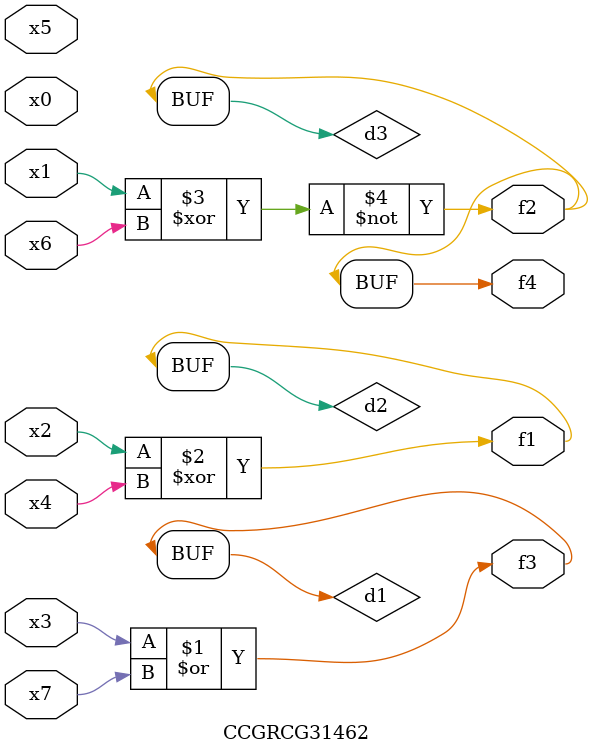
<source format=v>
module CCGRCG31462(
	input x0, x1, x2, x3, x4, x5, x6, x7,
	output f1, f2, f3, f4
);

	wire d1, d2, d3;

	or (d1, x3, x7);
	xor (d2, x2, x4);
	xnor (d3, x1, x6);
	assign f1 = d2;
	assign f2 = d3;
	assign f3 = d1;
	assign f4 = d3;
endmodule

</source>
